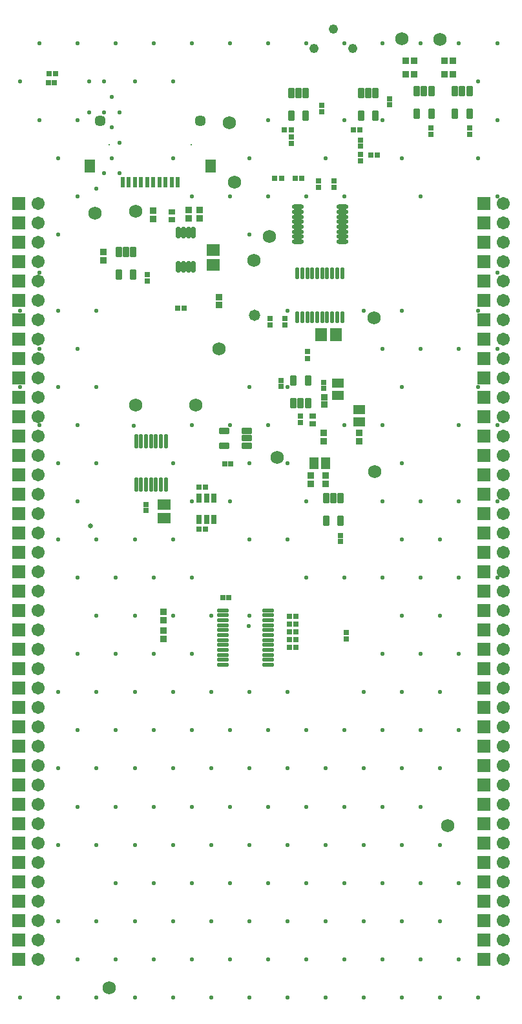
<source format=gbr>
%TF.GenerationSoftware,Altium Limited,Altium Designer,19.1.6 (110)*%
G04 Layer_Color=8388736*
%FSLAX26Y26*%
%MOIN*%
%TF.FileFunction,Soldermask,Top*%
%TF.Part,Single*%
G01*
G75*
%TA.AperFunction,SMDPad,CuDef*%
%ADD56R,0.037528X0.033591*%
%ADD57R,0.029654X0.029654*%
%ADD59R,0.033591X0.029654*%
G04:AMPARAMS|DCode=60|XSize=33.591mil|YSize=55.244mil|CornerRadius=5.919mil|HoleSize=0mil|Usage=FLASHONLY|Rotation=180.000|XOffset=0mil|YOffset=0mil|HoleType=Round|Shape=RoundedRectangle|*
%AMROUNDEDRECTD60*
21,1,0.033591,0.043406,0,0,180.0*
21,1,0.021752,0.055244,0,0,180.0*
1,1,0.011839,-0.010876,0.021703*
1,1,0.011839,0.010876,0.021703*
1,1,0.011839,0.010876,-0.021703*
1,1,0.011839,-0.010876,-0.021703*
%
%ADD60ROUNDEDRECTD60*%
%ADD61O,0.027685X0.061150*%
%ADD62R,0.069024X0.061150*%
%ADD63R,0.028472X0.028472*%
%ADD64R,0.028472X0.028472*%
%ADD65R,0.033591X0.037528*%
%ADD66O,0.021779X0.063118*%
%TA.AperFunction,ComponentPad*%
%ADD68C,0.069024*%
%ADD69C,0.048000*%
%ADD70C,0.067055*%
%ADD71R,0.067055X0.067055*%
%ADD72C,0.057087*%
%ADD73C,0.008000*%
%TA.AperFunction,ViaPad*%
%ADD74C,0.023000*%
%ADD75C,0.025716*%
%ADD76C,0.058000*%
%TA.AperFunction,SMDPad,CuDef*%
%ADD81R,0.029654X0.031622*%
%ADD82R,0.029654X0.029654*%
%ADD83R,0.033591X0.033591*%
%ADD84R,0.025716X0.025716*%
%ADD85R,0.025716X0.025716*%
%ADD86O,0.063118X0.021779*%
%ADD87R,0.065087X0.053276*%
%ADD88O,0.061150X0.025716*%
%ADD89R,0.045402X0.061150*%
%ADD90R,0.061150X0.045402*%
%ADD91R,0.061150X0.069024*%
G04:AMPARAMS|DCode=92|XSize=33.591mil|YSize=55.244mil|CornerRadius=5.919mil|HoleSize=0mil|Usage=FLASHONLY|Rotation=270.000|XOffset=0mil|YOffset=0mil|HoleType=Round|Shape=RoundedRectangle|*
%AMROUNDEDRECTD92*
21,1,0.033591,0.043406,0,0,270.0*
21,1,0.021752,0.055244,0,0,270.0*
1,1,0.011839,-0.021703,-0.010876*
1,1,0.011839,-0.021703,0.010876*
1,1,0.011839,0.021703,0.010876*
1,1,0.011839,0.021703,-0.010876*
%
%ADD92ROUNDEDRECTD92*%
%ADD93O,0.021779X0.074929*%
%ADD94R,0.023622X0.053150*%
%ADD95R,0.053150X0.068898*%
%ADD96R,0.031622X0.047370*%
D56*
X875000Y2141654D02*
D03*
Y2098347D02*
D03*
Y2046654D02*
D03*
Y2003347D02*
D03*
X1059174Y4173346D02*
D03*
Y4216654D02*
D03*
X1004174D02*
D03*
Y4173346D02*
D03*
X1700000Y3023347D02*
D03*
Y3066654D02*
D03*
X1710000Y2803347D02*
D03*
Y2846654D02*
D03*
X1635000Y2846653D02*
D03*
Y2803346D02*
D03*
X1885000Y3066653D02*
D03*
Y3023346D02*
D03*
X563000Y3954347D02*
D03*
Y3997654D02*
D03*
X819174Y4168152D02*
D03*
Y4211459D02*
D03*
D57*
X1852284Y4630000D02*
D03*
X1887717D02*
D03*
X1977716Y4500000D02*
D03*
X1942283D02*
D03*
X1497284Y4630000D02*
D03*
X1532717D02*
D03*
X1482716Y4380000D02*
D03*
X1447283D02*
D03*
D59*
X1645000Y3112315D02*
D03*
Y3151685D02*
D03*
X915551Y4165315D02*
D03*
Y4204685D02*
D03*
D60*
X1967402Y4701930D02*
D03*
X1892598D02*
D03*
Y4818072D02*
D03*
X1930000D02*
D03*
X1967402D02*
D03*
X2451930Y4711576D02*
D03*
X2377126D02*
D03*
Y4827716D02*
D03*
X2414528D02*
D03*
X2451930D02*
D03*
X1607402Y4701930D02*
D03*
X1532598D02*
D03*
Y4818072D02*
D03*
X1570000D02*
D03*
X1607402D02*
D03*
X1543888Y3218740D02*
D03*
X1581290D02*
D03*
X1618692D02*
D03*
Y3334882D02*
D03*
X1543888D02*
D03*
X2255080Y4711576D02*
D03*
X2180276D02*
D03*
Y4827716D02*
D03*
X2217678D02*
D03*
X2255080D02*
D03*
X1787402Y2728072D02*
D03*
X1750000D02*
D03*
X1712598D02*
D03*
Y2611930D02*
D03*
X1787402D02*
D03*
X716576Y3998072D02*
D03*
X679174D02*
D03*
X641772D02*
D03*
Y3881930D02*
D03*
X716576D02*
D03*
D61*
X1027560Y4097598D02*
D03*
X1001968D02*
D03*
X976378D02*
D03*
X950788D02*
D03*
X1027560Y3922402D02*
D03*
X1001968D02*
D03*
X976378D02*
D03*
X950788D02*
D03*
D62*
X1129174Y4009370D02*
D03*
Y3930630D02*
D03*
D63*
X1189252Y2905000D02*
D03*
X1220748D02*
D03*
X1555748Y1960000D02*
D03*
X1524252D02*
D03*
X1555748Y2000000D02*
D03*
X1524252D02*
D03*
X1210748Y2215000D02*
D03*
X1179252D02*
D03*
X1555748Y2120000D02*
D03*
X1524252D02*
D03*
X1555748Y2080000D02*
D03*
X1524252D02*
D03*
X1555748Y2040000D02*
D03*
X1524252D02*
D03*
X978748Y3707000D02*
D03*
X947252D02*
D03*
X279252Y4873000D02*
D03*
X310748D02*
D03*
X1057252Y2785134D02*
D03*
X1088748D02*
D03*
X1089748Y2567134D02*
D03*
X1058252D02*
D03*
D64*
X1890000Y4575748D02*
D03*
Y4544252D02*
D03*
X1535000Y4590748D02*
D03*
Y4559252D02*
D03*
X785000Y2695748D02*
D03*
Y2664252D02*
D03*
X1787000Y2504252D02*
D03*
Y2535748D02*
D03*
X2039000Y4788748D02*
D03*
Y4757252D02*
D03*
X2454000Y4606252D02*
D03*
Y4637748D02*
D03*
X2254000Y4606252D02*
D03*
Y4637748D02*
D03*
X1691000Y4723252D02*
D03*
Y4754748D02*
D03*
X1580000Y3119252D02*
D03*
Y3150748D02*
D03*
X1480000Y3304252D02*
D03*
Y3335748D02*
D03*
X789000Y3880748D02*
D03*
Y3849252D02*
D03*
D65*
X2166654Y4915000D02*
D03*
X2123347D02*
D03*
X2123346Y4985000D02*
D03*
X2166653D02*
D03*
X2366654Y4915000D02*
D03*
X2323347D02*
D03*
X2323346Y4985000D02*
D03*
X2366653D02*
D03*
D66*
X1564842Y3661812D02*
D03*
X1590434D02*
D03*
X1616024D02*
D03*
X1641614D02*
D03*
X1667206D02*
D03*
X1692796D02*
D03*
X1718386D02*
D03*
X1743976D02*
D03*
X1769568D02*
D03*
X1795158D02*
D03*
X1564842Y3888190D02*
D03*
X1590434D02*
D03*
X1616024D02*
D03*
X1641614D02*
D03*
X1667206D02*
D03*
X1692796D02*
D03*
X1718386D02*
D03*
X1743976D02*
D03*
X1769568D02*
D03*
X1795158D02*
D03*
D68*
X593000Y203000D02*
D03*
X2300000Y5095000D02*
D03*
X2340000Y1040000D02*
D03*
X1240000Y4360000D02*
D03*
X520000Y4200000D02*
D03*
X730000Y4210000D02*
D03*
X1215000Y4665000D02*
D03*
X1340000Y3955000D02*
D03*
X1960000Y3660000D02*
D03*
X1160000Y3500000D02*
D03*
X1460000Y2940000D02*
D03*
X1965000Y2865000D02*
D03*
X730000Y3210000D02*
D03*
X1040000D02*
D03*
X1420000Y4080000D02*
D03*
X2105000Y5100000D02*
D03*
D69*
X1650000Y5050000D02*
D03*
X1850000D02*
D03*
X1750000Y5150000D02*
D03*
D70*
X2627796Y348972D02*
D03*
Y448972D02*
D03*
Y548972D02*
D03*
Y648972D02*
D03*
Y748972D02*
D03*
Y848972D02*
D03*
Y948972D02*
D03*
Y1048972D02*
D03*
Y1148972D02*
D03*
Y1248972D02*
D03*
Y1348972D02*
D03*
Y1448972D02*
D03*
Y1548972D02*
D03*
Y1648972D02*
D03*
Y1748972D02*
D03*
Y1848972D02*
D03*
Y1948972D02*
D03*
Y2048972D02*
D03*
Y2148972D02*
D03*
Y2248972D02*
D03*
Y2348972D02*
D03*
Y2448972D02*
D03*
Y2548972D02*
D03*
Y2648972D02*
D03*
Y2748972D02*
D03*
Y2848972D02*
D03*
Y2948972D02*
D03*
Y3048972D02*
D03*
Y3148972D02*
D03*
Y3248972D02*
D03*
Y3348972D02*
D03*
Y3448972D02*
D03*
Y3548972D02*
D03*
Y3648972D02*
D03*
Y3748972D02*
D03*
Y3848972D02*
D03*
Y3948972D02*
D03*
Y4048972D02*
D03*
Y4148972D02*
D03*
Y4248972D02*
D03*
X227796Y349956D02*
D03*
Y449956D02*
D03*
Y549956D02*
D03*
Y649956D02*
D03*
Y749956D02*
D03*
Y849956D02*
D03*
Y949956D02*
D03*
Y1049956D02*
D03*
Y1149956D02*
D03*
Y1249956D02*
D03*
Y1349956D02*
D03*
Y1449956D02*
D03*
Y1549956D02*
D03*
Y1649956D02*
D03*
Y1749956D02*
D03*
Y1849956D02*
D03*
Y1949956D02*
D03*
Y2049956D02*
D03*
Y2149956D02*
D03*
Y2249956D02*
D03*
Y2349956D02*
D03*
Y2449956D02*
D03*
Y2549956D02*
D03*
Y2649956D02*
D03*
Y2749956D02*
D03*
Y2849956D02*
D03*
Y2949956D02*
D03*
Y3049956D02*
D03*
Y3149956D02*
D03*
Y3249956D02*
D03*
Y3349956D02*
D03*
Y3449956D02*
D03*
Y3549956D02*
D03*
Y3649956D02*
D03*
Y3749956D02*
D03*
Y3849956D02*
D03*
Y3949956D02*
D03*
Y4049956D02*
D03*
Y4149956D02*
D03*
Y4249956D02*
D03*
D71*
X2527796Y348972D02*
D03*
Y448972D02*
D03*
Y548972D02*
D03*
Y648972D02*
D03*
Y748972D02*
D03*
Y848972D02*
D03*
Y948972D02*
D03*
Y1048972D02*
D03*
Y1148972D02*
D03*
Y1248972D02*
D03*
Y1348972D02*
D03*
Y1448972D02*
D03*
Y1548972D02*
D03*
Y1648972D02*
D03*
Y1748972D02*
D03*
Y1848972D02*
D03*
Y1948972D02*
D03*
Y2048972D02*
D03*
Y2148972D02*
D03*
Y2248972D02*
D03*
Y2348972D02*
D03*
Y2448972D02*
D03*
Y2548972D02*
D03*
Y2648972D02*
D03*
Y2748972D02*
D03*
Y2848972D02*
D03*
Y2948972D02*
D03*
Y3048972D02*
D03*
Y3148972D02*
D03*
Y3248972D02*
D03*
Y3348972D02*
D03*
Y3448972D02*
D03*
Y3548972D02*
D03*
Y3648972D02*
D03*
Y3748972D02*
D03*
Y3848972D02*
D03*
Y3948972D02*
D03*
Y4048972D02*
D03*
Y4148972D02*
D03*
Y4248972D02*
D03*
X127796Y349956D02*
D03*
Y449956D02*
D03*
Y549956D02*
D03*
Y649956D02*
D03*
Y749956D02*
D03*
Y849956D02*
D03*
Y949956D02*
D03*
Y1049956D02*
D03*
Y1149956D02*
D03*
Y1249956D02*
D03*
Y1349956D02*
D03*
Y1449956D02*
D03*
Y1549956D02*
D03*
Y1649956D02*
D03*
Y1749956D02*
D03*
Y1849956D02*
D03*
Y1949956D02*
D03*
Y2049956D02*
D03*
Y2149956D02*
D03*
Y2249956D02*
D03*
Y2349956D02*
D03*
Y2449956D02*
D03*
Y2549956D02*
D03*
Y2649956D02*
D03*
Y2749956D02*
D03*
Y2849956D02*
D03*
Y2949956D02*
D03*
Y3049956D02*
D03*
Y3149956D02*
D03*
Y3249956D02*
D03*
Y3349956D02*
D03*
Y3449956D02*
D03*
Y3549956D02*
D03*
Y3649956D02*
D03*
Y3749956D02*
D03*
Y3849956D02*
D03*
Y3949956D02*
D03*
Y4049956D02*
D03*
Y4149956D02*
D03*
Y4249956D02*
D03*
D72*
X1062165Y4673740D02*
D03*
X547992D02*
D03*
D73*
X1015709Y4551693D02*
D03*
X594449D02*
D03*
D74*
X718931Y3100484D02*
D03*
X1315000Y2070000D02*
D03*
X2595159Y5073839D02*
D03*
X2496734Y4876988D02*
D03*
X2595159Y4680138D02*
D03*
X2496734Y4483288D02*
D03*
X2595159Y4286437D02*
D03*
Y3892736D02*
D03*
X2496734Y3695886D02*
D03*
X2595159Y3499035D02*
D03*
X2496734Y3302185D02*
D03*
X2595159Y3105335D02*
D03*
Y2711634D02*
D03*
Y2317933D02*
D03*
X2496734Y152579D02*
D03*
X2398309Y5073839D02*
D03*
Y3499035D02*
D03*
Y3105335D02*
D03*
Y2711634D02*
D03*
X2299884Y2514784D02*
D03*
X2398309Y2317933D02*
D03*
X2299884Y2121083D02*
D03*
X2398309Y1924232D02*
D03*
X2299884Y1727382D02*
D03*
X2398309Y1530532D02*
D03*
X2299884Y1333681D02*
D03*
Y939980D02*
D03*
X2398309Y743130D02*
D03*
X2299884Y546279D02*
D03*
X2398309Y349429D02*
D03*
X2299884Y152579D02*
D03*
X2201458Y5073839D02*
D03*
X2103033Y4483288D02*
D03*
X2201458Y4286437D02*
D03*
X2103033Y3695886D02*
D03*
X2201458Y3499035D02*
D03*
X2103033Y3302185D02*
D03*
Y2908484D02*
D03*
X2201458Y2711634D02*
D03*
X2103033Y2514784D02*
D03*
X2201458Y2317933D02*
D03*
X2103033Y2121083D02*
D03*
X2201458Y1924232D02*
D03*
X2103033Y1727382D02*
D03*
X2201458Y1530532D02*
D03*
X2103033Y1333681D02*
D03*
X2201458Y1136831D02*
D03*
X2103033Y939980D02*
D03*
X2201458Y743130D02*
D03*
X2103033Y546279D02*
D03*
X2201458Y349429D02*
D03*
X2103033Y152579D02*
D03*
X2004608Y5073839D02*
D03*
Y4680138D02*
D03*
X1906183Y3695886D02*
D03*
X2004608Y3499035D02*
D03*
Y3105335D02*
D03*
Y2711634D02*
D03*
Y2317933D02*
D03*
Y1924232D02*
D03*
X1906183Y1727382D02*
D03*
X2004608Y1530532D02*
D03*
X1906183Y1333681D02*
D03*
X2004608Y1136831D02*
D03*
X1906183Y939980D02*
D03*
X2004608Y743130D02*
D03*
X1906183Y546279D02*
D03*
X2004608Y349429D02*
D03*
X1906183Y152579D02*
D03*
X1807758Y5073839D02*
D03*
Y4680138D02*
D03*
X1709332Y4483288D02*
D03*
X1807758Y4286437D02*
D03*
Y1530532D02*
D03*
X1709332Y1333681D02*
D03*
X1807758Y1136831D02*
D03*
X1709332Y939980D02*
D03*
X1807758Y743130D02*
D03*
X1709332Y546279D02*
D03*
X1807758Y349429D02*
D03*
X1709332Y152579D02*
D03*
X1610907Y5073839D02*
D03*
Y4286437D02*
D03*
X1512482Y3695886D02*
D03*
Y1727382D02*
D03*
X1610907Y1530532D02*
D03*
X1512482Y1333681D02*
D03*
X1610907Y1136831D02*
D03*
X1512482Y939980D02*
D03*
X1610907Y743130D02*
D03*
X1512482Y546279D02*
D03*
X1610907Y349429D02*
D03*
X1512482Y152579D02*
D03*
X1414057Y5073839D02*
D03*
Y4680138D02*
D03*
X1315632Y4483288D02*
D03*
X1414057Y4286437D02*
D03*
X1315632Y4089587D02*
D03*
X1414057Y1530532D02*
D03*
X1315632Y1333681D02*
D03*
X1414057Y1136831D02*
D03*
X1315632Y939980D02*
D03*
X1414057Y743130D02*
D03*
X1315632Y546279D02*
D03*
X1414057Y349429D02*
D03*
X1315632Y152579D02*
D03*
X1217206Y5073839D02*
D03*
Y4286437D02*
D03*
Y1530532D02*
D03*
X1118781Y1333681D02*
D03*
X1217206Y1136831D02*
D03*
X1118781Y939980D02*
D03*
X1217206Y743130D02*
D03*
X1118781Y546279D02*
D03*
X1217206Y349429D02*
D03*
X1118781Y152579D02*
D03*
X1020356Y5073839D02*
D03*
X921931Y4876988D02*
D03*
Y4483288D02*
D03*
X1020356Y4286437D02*
D03*
Y1530532D02*
D03*
X921931Y1333681D02*
D03*
X1020356Y1136831D02*
D03*
X921931Y939980D02*
D03*
X1020356Y743130D02*
D03*
X921931Y546279D02*
D03*
X1020356Y349429D02*
D03*
X921931Y152579D02*
D03*
X823506Y5073839D02*
D03*
X725080Y4876988D02*
D03*
X823506Y1530532D02*
D03*
X725080Y1333681D02*
D03*
X823506Y1136831D02*
D03*
X725080Y939980D02*
D03*
X823506Y743130D02*
D03*
X725080Y546279D02*
D03*
X823506Y349429D02*
D03*
X725080Y152579D02*
D03*
X626655Y5073839D02*
D03*
X528230Y3695886D02*
D03*
X626655Y1530532D02*
D03*
X528230Y1333681D02*
D03*
X626655Y1136831D02*
D03*
X528230Y939980D02*
D03*
X626655Y743130D02*
D03*
X528230Y546279D02*
D03*
X626655Y349429D02*
D03*
X528230Y152579D02*
D03*
X429805Y5073839D02*
D03*
Y4680138D02*
D03*
X331380Y4483288D02*
D03*
X429805Y4286437D02*
D03*
X331380Y4089587D02*
D03*
Y3695886D02*
D03*
X429805Y3499035D02*
D03*
X331380Y3302185D02*
D03*
X429805Y3105335D02*
D03*
X331380Y2908484D02*
D03*
X429805Y2711634D02*
D03*
X331380Y2514784D02*
D03*
X429805Y2317933D02*
D03*
Y1924232D02*
D03*
X331380Y1727382D02*
D03*
X429805Y1530532D02*
D03*
X331380Y1333681D02*
D03*
X429805Y1136831D02*
D03*
X331380Y939980D02*
D03*
Y546279D02*
D03*
X429805Y349429D02*
D03*
X331380Y152579D02*
D03*
X232954Y5073839D02*
D03*
X134529Y4876988D02*
D03*
X232954Y4680138D02*
D03*
Y3892736D02*
D03*
X134529Y3695886D02*
D03*
X232954Y3499035D02*
D03*
X134529Y3302185D02*
D03*
X232954Y3105335D02*
D03*
X134529Y152579D02*
D03*
X1807758Y3105335D02*
D03*
Y2317933D02*
D03*
X1512482Y3302185D02*
D03*
Y2908484D02*
D03*
X1610907Y2711634D02*
D03*
X1512482Y2514784D02*
D03*
X1610907Y2317933D02*
D03*
X1315632Y3302185D02*
D03*
X1414057Y3105335D02*
D03*
X1315632Y2908484D02*
D03*
Y2514784D02*
D03*
Y2121083D02*
D03*
Y1727382D02*
D03*
X1217206Y3105335D02*
D03*
Y2711634D02*
D03*
X1118781Y2121083D02*
D03*
Y1727382D02*
D03*
X1020356Y3105335D02*
D03*
X921931Y2908484D02*
D03*
X1020356Y2711634D02*
D03*
X921931Y2514784D02*
D03*
X1020356Y2317933D02*
D03*
X921931Y2121083D02*
D03*
X1020356Y1924232D02*
D03*
X921931Y1727382D02*
D03*
X725080Y2514784D02*
D03*
X823506Y2317933D02*
D03*
X725080Y2121083D02*
D03*
X823506Y1924232D02*
D03*
X725080Y1727382D02*
D03*
X528230Y3302185D02*
D03*
Y2908484D02*
D03*
Y2514784D02*
D03*
X626655Y2317933D02*
D03*
X528230Y2121083D02*
D03*
X626655Y1924232D02*
D03*
X528230Y1727382D02*
D03*
X606996Y4798269D02*
D03*
X646366Y4719529D02*
D03*
X606996Y4640788D02*
D03*
X646366Y4562048D02*
D03*
X606996Y4483308D02*
D03*
X646366Y4404568D02*
D03*
X567626Y4877009D02*
D03*
Y4719529D02*
D03*
Y4404568D02*
D03*
X528256Y4325828D02*
D03*
X488885Y4877009D02*
D03*
Y4719529D02*
D03*
D75*
X498278Y2586806D02*
D03*
D76*
X1344000Y3673000D02*
D03*
D81*
X1817000Y2034732D02*
D03*
Y2001268D02*
D03*
X1755000Y4333268D02*
D03*
Y4366732D02*
D03*
X1675000Y4333268D02*
D03*
Y4366732D02*
D03*
X1500000Y3656732D02*
D03*
Y3623268D02*
D03*
X1425000Y3656732D02*
D03*
Y3623268D02*
D03*
D82*
X1615551Y3485551D02*
D03*
Y3450118D02*
D03*
D83*
X1705000Y3249685D02*
D03*
Y3210315D02*
D03*
X1160000Y3764685D02*
D03*
Y3725315D02*
D03*
D84*
X1890000Y4500748D02*
D03*
Y4469252D02*
D03*
X1700000Y3325748D02*
D03*
Y3294252D02*
D03*
D85*
X1585748Y4380000D02*
D03*
X1554252D02*
D03*
X315748Y4920000D02*
D03*
X284252D02*
D03*
D86*
X1412795Y1868504D02*
D03*
Y1894094D02*
D03*
Y1919685D02*
D03*
Y1945275D02*
D03*
Y1970866D02*
D03*
Y1996457D02*
D03*
Y2022047D02*
D03*
Y2047638D02*
D03*
Y2073228D02*
D03*
Y2098819D02*
D03*
Y2124409D02*
D03*
Y2150000D02*
D03*
X1180512Y1868504D02*
D03*
Y1894094D02*
D03*
Y1919685D02*
D03*
Y1945275D02*
D03*
Y1970866D02*
D03*
Y1996457D02*
D03*
Y2022047D02*
D03*
Y2047638D02*
D03*
Y2073228D02*
D03*
Y2098819D02*
D03*
Y2124409D02*
D03*
Y2150000D02*
D03*
D87*
X878000Y2696434D02*
D03*
Y2625568D02*
D03*
D88*
X1796614Y4051418D02*
D03*
Y4077008D02*
D03*
Y4102598D02*
D03*
Y4128190D02*
D03*
Y4153780D02*
D03*
Y4179370D02*
D03*
Y4204960D02*
D03*
Y4230552D02*
D03*
X1566300Y4051418D02*
D03*
Y4077008D02*
D03*
Y4102598D02*
D03*
Y4128190D02*
D03*
Y4153780D02*
D03*
Y4179370D02*
D03*
Y4204960D02*
D03*
Y4230552D02*
D03*
D89*
X1711496Y2910000D02*
D03*
X1648504D02*
D03*
D90*
X1885000Y3123504D02*
D03*
Y3186496D02*
D03*
X1775001Y3258504D02*
D03*
Y3321496D02*
D03*
D91*
X1685630Y3571000D02*
D03*
X1764370D02*
D03*
D92*
X1302756Y2999622D02*
D03*
Y3037024D02*
D03*
Y3074426D02*
D03*
X1186614D02*
D03*
Y2999622D02*
D03*
D93*
X732228Y2798330D02*
D03*
X757820D02*
D03*
X783410D02*
D03*
X809000D02*
D03*
X834590D02*
D03*
X860182D02*
D03*
X885772D02*
D03*
X732228Y3022740D02*
D03*
X757820D02*
D03*
X783410D02*
D03*
X809000D02*
D03*
X834590D02*
D03*
X860182D02*
D03*
X885772D02*
D03*
D94*
X946811Y4359370D02*
D03*
X915315D02*
D03*
X883819D02*
D03*
X852323D02*
D03*
X820827D02*
D03*
X789331D02*
D03*
X757835D02*
D03*
X726338D02*
D03*
X694842D02*
D03*
X663346D02*
D03*
D95*
X1116299Y4442441D02*
D03*
X493858D02*
D03*
D96*
X1057792Y2619552D02*
D03*
X1095194D02*
D03*
X1132596D02*
D03*
Y2727820D02*
D03*
X1095194D02*
D03*
X1057792D02*
D03*
%TF.MD5,08f20b09b308a78ee997813c659ed271*%
M02*

</source>
